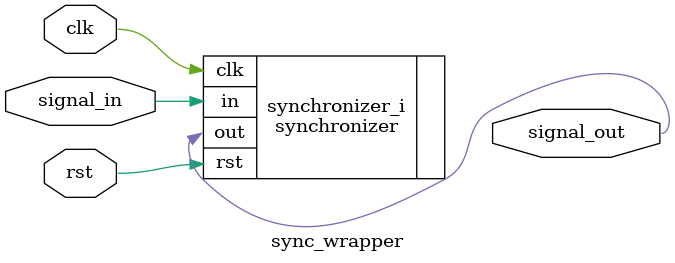
<source format=v>

`default_nettype none

module sync_wrapper #(
   parameter WIDTH            = 1,
   parameter STAGES           = 2,
   parameter INITIAL_VAL      = 0,
   parameter FALSE_PATH_TO_IN = 1
)(
   input  wire             clk,
   input  wire             rst,
   input  wire [WIDTH-1:0] signal_in,
   output wire [WIDTH-1:0] signal_out
);

synchronizer #(
  .WIDTH             (WIDTH),
  .STAGES            (STAGES),
  .INITIAL_VAL       (INITIAL_VAL),
  .FALSE_PATH_TO_IN  (FALSE_PATH_TO_IN)
) synchronizer_i (
  .clk  (clk),
  .rst  (rst),
  .in   (signal_in),
  .out  (signal_out)
);

endmodule //sync_wrapper

`default_nettype wire

</source>
